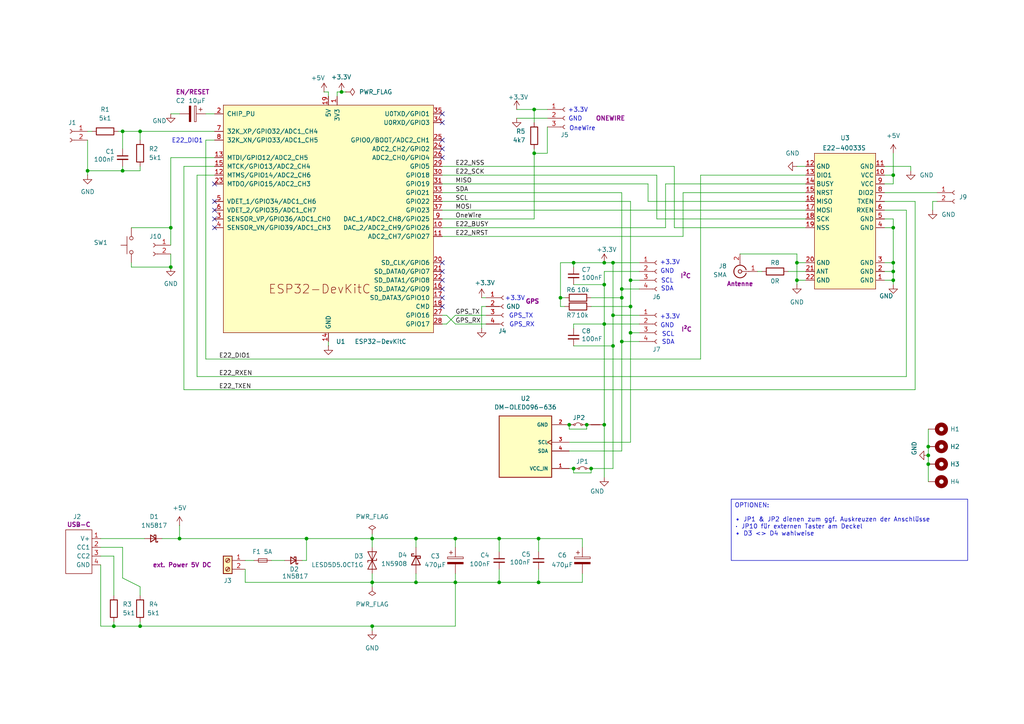
<source format=kicad_sch>
(kicad_sch (version 20231120) (generator "eeschema") (generator_version "8.0")
  (paper "A4")
  (title_block (title "ESP32 - E22 Board") (date "2024-10-20") (rev "V2.1.1") (company "DK9BT / OE3WAS"))
  (lib_symbols
    (symbol "Connector:Conn_01x02_Socket" (pin_names (offset 1.016) hide)
      (property "Reference" "J" (at 0 2.54 0))
      (property "Value" "Conn_01x02_Socket" (at 0 -5.08 0))
      (symbol "Conn_01x02_Socket_1_1"
        (pin passive line (at -5.08 0 0) (length 3.81) (name "Pin_1") (number "1"))
        (pin passive line (at -5.08 -2.54 0) (length 3.81) (name "Pin_2") (number "2"))
      )
    )
    (symbol "Connector:Conn_01x03_Socket" (pin_names (offset 1.016) hide)
      (property "Reference" "J" (at 0 5.08 0))
      (property "Value" "Conn_01x03_Socket" (at 0 -5.08 0))
      (symbol "Conn_01x03_Socket_1_1"
        (pin passive line (at -5.08 2.54 0) (length 3.81) (name "Pin_1") (number "1"))
        (pin passive line (at -5.08 0 0) (length 3.81) (name "Pin_2") (number "2"))
        (pin passive line (at -5.08 -2.54 0) (length 3.81) (name "Pin_3") (number "3"))
      )
    )
    (symbol "Connector:Conn_01x04_Socket" (pin_names (offset 1.016) hide)
      (property "Reference" "J" (at 0 5.08 0))
      (property "Value" "Conn_01x04_Socket" (at 0 -7.62 0))
      (symbol "Conn_01x04_Socket_1_1"
        (pin passive line (at -5.08 2.54 0) (length 3.81) (name "Pin_1") (number "1"))
        (pin passive line (at -5.08 0 0) (length 3.81) (name "Pin_2") (number "2"))
        (pin passive line (at -5.08 -2.54 0) (length 3.81) (name "Pin_3") (number "3"))
        (pin passive line (at -5.08 -5.08 0) (length 3.81) (name "Pin_4") (number "4"))
      )
    )
    (symbol "Connector:Conn_Coaxial" (pin_names (offset 1.016) hide)
      (property "Reference" "J" (at 0.254 3.048 0))
      (property "Value" "Conn_Coaxial" (at 2.921 0 90))
      (symbol "Conn_Coaxial_1_1"
        (pin passive line (at -5.08 0 0) (length 2.54) (name "In") (number "1"))
        (pin passive line (at 0 -5.08 90) (length 2.54) (name "Ext") (number "2"))
      )
    )
    (symbol "Connector:Screw_Terminal_01x02" (pin_names (offset 1.016) hide)
      (property "Reference" "J" (at 0 2.54 0))
      (property "Value" "Screw_Terminal_01x02" (at 0 -5.08 0))
      (symbol "Screw_Terminal_01x02_1_1"
        (pin passive line (at -5.08 0 0) (length 3.81) (name "Pin_1") (number "1"))
        (pin passive line (at -5.08 -2.54 0) (length 3.81) (name "Pin_2") (number "2"))
      )
    )
    (symbol "DM-OLED096-636:DM-OLED096-636" (pin_names (offset 1.016))
      (property "Reference" "U" (at -7.62 10.922 0))
      (property "Value" "DM-OLED096-636" (at -7.62 -10.16 0))
      (symbol "DM-OLED096-636_0_0"
        (pin input clock (at 12.7 2.54 180) (length 5.08) (name "SCL") (number "3"))
        (pin bidirectional line (at 12.7 0 180) (length 5.08) (name "SDA") (number "4"))
      )
      (symbol "DM-OLED096-636_1_0"
        (pin input line (at 12.7 -5.08 180) (length 5.08) (name "VCC_IN") (number "1"))
        (pin input line (at 12.7 7.62 180) (length 5.08) (name "GND") (number "2"))
      )
    )
    (symbol "Device:C_Polarized" (pin_numbers hide) (pin_names (offset 0.254))
      (property "Reference" "C" (at 0.635 2.54 0))
      (property "Value" "C_Polarized" (at 0.635 -2.54 0))
      (symbol "C_Polarized_1_1"
        (pin passive line (at 0 3.81 270) (length 2.794) (name "~") (number "1"))
        (pin passive line (at 0 -3.81 90) (length 2.794) (name "~") (number "2"))
      )
    )
    (symbol "Device:C_Small" (pin_numbers hide) (pin_names (offset 0.254) hide)
      (property "Reference" "C" (at 0.254 1.778 0))
      (property "Value" "C_Small" (at 0.254 -2.032 0))
      (symbol "C_Small_1_1"
        (pin passive line (at 0 2.54 270) (length 2.032) (name "~") (number "1"))
        (pin passive line (at 0 -2.54 90) (length 2.032) (name "~") (number "2"))
      )
    )
    (symbol "Device:D_Schottky_Small" (pin_numbers hide) (pin_names (offset 0.254) hide)
      (property "Reference" "D" (at -1.27 2.032 0))
      (property "Value" "D_Schottky_Small" (at -7.112 -2.032 0))
      (symbol "D_Schottky_Small_1_1"
        (pin passive line (at -2.54 0 0) (length 1.778) (name "K") (number "1"))
        (pin passive line (at 2.54 0 180) (length 1.778) (name "A") (number "2"))
      )
    )
    (symbol "Device:Fuse_Small" (pin_numbers hide) (pin_names (offset 0.254) hide)
      (property "Reference" "F" (at 0 -1.524 0))
      (property "Value" "Fuse_Small" (at 0 1.524 0))
      (symbol "Fuse_Small_1_1"
        (pin passive line (at -2.54 0 0) (length 1.27) (name "~") (number "1"))
        (pin passive line (at 2.54 0 180) (length 1.27) (name "~") (number "2"))
      )
    )
    (symbol "Device:R" (pin_numbers hide) (pin_names (offset 0))
      (property "Reference" "R" (at 2.032 0 90))
      (property "Value" "R" (at 0 0 90))
      (symbol "R_1_1"
        (pin passive line (at 0 3.81 270) (length 1.27) (name "~") (number "1"))
        (pin passive line (at 0 -3.81 90) (length 1.27) (name "~") (number "2"))
      )
    )
    (symbol "Diode:1N5820" (pin_numbers hide) (pin_names (offset 1.016) hide)
      (property "Reference" "D" (at 0 2.54 0))
      (property "Value" "1N5820" (at 0 -2.54 0))
      (symbol "1N5820_1_1"
        (pin passive line (at -3.81 0 0) (length 2.54) (name "K") (number "1"))
        (pin passive line (at 3.81 0 180) (length 2.54) (name "A") (number "2"))
      )
    )
    (symbol "Diode:SD05_SOD323" (pin_numbers hide) (pin_names (offset 1.016) hide)
      (property "Reference" "D" (at 0 2.54 0))
      (property "Value" "SD05_SOD323" (at 0 -2.54 0))
      (symbol "SD05_SOD323_1_1"
        (pin passive line (at -3.81 0 0) (length 2.54) (name "A1") (number "1"))
        (pin passive line (at 3.81 0 180) (length 2.54) (name "A2") (number "2"))
      )
    )
    (symbol "E22:E22_400M33S"
      (property "Value" "~" (at 0 0 0))
      (property "Footprint" "footprints_local:E22-400M33S" (at 8.89 1.905 0))
      (symbol "E22_400M33S_1_1"
        (pin power_in line (at 20.32 -36.83 180) (length 2.54) (name "GND") (number "1"))
        (pin power_in line (at 20.32 -6.35 180) (length 2.54) (name "VCC") (number "10"))
        (pin power_in line (at 20.32 -3.81 180) (length 2.54) (name "GND") (number "11"))
        (pin power_in line (at -2.54 -3.81 0) (length 2.54) (name "GND") (number "12"))
        (pin bidirectional line (at -2.54 -6.35 0) (length 2.54) (name "DIO1") (number "13"))
        (pin output line (at -2.54 -8.89 0) (length 2.54) (name "BUSY") (number "14"))
        (pin input line (at -2.54 -11.43 0) (length 2.54) (name "NRST") (number "15"))
        (pin output line (at -2.54 -13.97 0) (length 2.54) (name "MISO") (number "16"))
        (pin input line (at -2.54 -16.51 0) (length 2.54) (name "MOSI") (number "17"))
        (pin input line (at -2.54 -19.05 0) (length 2.54) (name "SCK") (number "18"))
        (pin input line (at -2.54 -21.59 0) (length 2.54) (name "NSS") (number "19"))
        (pin power_in line (at 20.32 -34.29 180) (length 2.54) (name "GND") (number "2"))
        (pin power_in line (at -2.54 -31.75 0) (length 2.54) (name "GND") (number "20"))
        (pin bidirectional line (at -2.54 -34.29 0) (length 2.54) (name "ANT") (number "21"))
        (pin power_in line (at -2.54 -36.83 0) (length 2.54) (name "GND") (number "22"))
        (pin power_in line (at 20.32 -31.75 180) (length 2.54) (name "GND") (number "3"))
        (pin power_in line (at 20.32 -21.59 180) (length 2.54) (name "GND") (number "4"))
        (pin power_in line (at 20.32 -19.05 180) (length 2.54) (name "GND") (number "5"))
        (pin input line (at 20.32 -16.51 180) (length 2.54) (name "RXEN") (number "6"))
        (pin input line (at 20.32 -13.97 180) (length 2.54) (name "TXEN") (number "7"))
        (pin bidirectional line (at 20.32 -11.43 180) (length 2.54) (name "DIO2") (number "8"))
        (pin power_in line (at 20.32 -8.89 180) (length 2.54) (name "VCC") (number "9"))
      )
    )
    (symbol "ESP32:ESP32-DevKitC" (pin_names (offset 1.016))
      (property "Reference" "U" (at -30.48 38.1 0))
      (property "Value" "ESP32-DevKitC" (at -30.48 35.56 0))
      (symbol "ESP32-DevKitC_0_0"
        (text "ESP32-DevKitC" (at -2.54 -20.32 0) (effects (font (size 2.54 2.54))))
        (pin power_in line (at 0 -35.56 90) (length 2.54) (name "GND") (number "14"))
        (pin power_in line (at 0 35.56 270) (length 2.54) (name "5V") (number "19"))
      )
      (symbol "ESP32-DevKitC_1_1"
        (pin power_in line (at 2.54 35.56 270) (length 2.54) (name "3V3") (number "1"))
        (pin bidirectional line (at 33.02 -2.54 180) (length 2.54) (name "DAC_2/ADC2_CH9/GPIO26") (number "10"))
        (pin bidirectional line (at 33.02 -5.08 180) (length 2.54) (name "ADC2_CH7/GPIO27") (number "11"))
        (pin bidirectional line (at -33.02 12.7 0) (length 2.54) (name "MTMS/GPIO14/ADC2_CH6") (number "12"))
        (pin bidirectional line (at -33.02 17.78 0) (length 2.54) (name "MTDI/GPIO12/ADC2_CH5") (number "13"))
        (pin bidirectional line (at -33.02 15.24 0) (length 2.54) (name "MTCK/GPIO13/ADC2_CH4") (number "15"))
        (pin bidirectional line (at 33.02 -20.32 180) (length 2.54) (name "SD_DATA2/GPIO9") (number "16"))
        (pin bidirectional line (at 33.02 -22.86 180) (length 2.54) (name "SD_DATA3/GPIO10") (number "17"))
        (pin bidirectional line (at 33.02 -25.4 180) (length 2.54) (name "CMD") (number "18"))
        (pin input line (at -33.02 30.48 0) (length 2.54) (name "CHIP_PU") (number "2"))
        (pin bidirectional line (at 33.02 -12.7 180) (length 2.54) (name "SD_CLK/GPIO6") (number "20"))
        (pin bidirectional line (at 33.02 -15.24 180) (length 2.54) (name "SD_DATA0/GPIO7") (number "21"))
        (pin bidirectional line (at 33.02 -17.78 180) (length 2.54) (name "SD_DATA1/GPIO8") (number "22"))
        (pin bidirectional line (at -33.02 10.16 0) (length 2.54) (name "MTDO/GPIO15/ADC2_CH3") (number "23"))
        (pin bidirectional line (at 33.02 20.32 180) (length 2.54) (name "ADC2_CH2/GPIO2") (number "24"))
        (pin bidirectional line (at 33.02 22.86 180) (length 2.54) (name "GPIO0/BOOT/ADC2_CH1") (number "25"))
        (pin bidirectional line (at 33.02 17.78 180) (length 2.54) (name "ADC2_CH0/GPIO4") (number "26"))
        (pin bidirectional line (at 33.02 -27.94 180) (length 2.54) (name "GPIO16") (number "27"))
        (pin bidirectional line (at 33.02 -30.48 180) (length 2.54) (name "GPIO17") (number "28"))
        (pin bidirectional line (at 33.02 15.24 180) (length 2.54) (name "GPIO5") (number "29"))
        (pin input line (at -33.02 0 0) (length 2.54) (name "SENSOR_VP/GPIO36/ADC1_CH0") (number "3"))
        (pin bidirectional line (at 33.02 12.7 180) (length 2.54) (name "GPIO18") (number "30"))
        (pin bidirectional line (at 33.02 10.16 180) (length 2.54) (name "GPIO19") (number "31"))
        (pin passive line (at 0 -35.56 90) (length 2.54) hide (name "GND") (number "32"))
        (pin bidirectional line (at 33.02 7.62 180) (length 2.54) (name "GPIO21") (number "33"))
        (pin bidirectional line (at 33.02 27.94 180) (length 2.54) (name "U0RXD/GPIO3") (number "34"))
        (pin bidirectional line (at 33.02 30.48 180) (length 2.54) (name "U0TXD/GPIO1") (number "35"))
        (pin bidirectional line (at 33.02 5.08 180) (length 2.54) (name "GPIO22") (number "36"))
        (pin bidirectional line (at 33.02 2.54 180) (length 2.54) (name "GPIO23") (number "37"))
        (pin passive line (at 0 -35.56 90) (length 2.54) hide (name "GND") (number "38"))
        (pin input line (at -33.02 -2.54 0) (length 2.54) (name "SENSOR_VN/GPIO39/ADC1_CH3") (number "4"))
        (pin input line (at -33.02 5.08 0) (length 2.54) (name "VDET_1/GPIO34/ADC1_CH6") (number "5"))
        (pin input line (at -33.02 2.54 0) (length 2.54) (name "VDET_2/GPIO35/ADC1_CH7") (number "6"))
        (pin bidirectional line (at -33.02 25.4 0) (length 2.54) (name "32K_XP/GPIO32/ADC1_CH4") (number "7"))
        (pin bidirectional line (at -33.02 22.86 0) (length 2.54) (name "32K_XN/GPIO33/ADC1_CH5") (number "8"))
        (pin bidirectional line (at 33.02 0 180) (length 2.54) (name "DAC_1/ADC2_CH8/GPIO25") (number "9"))
      )
    )
    (symbol "Jumper:Jumper_2_Small_Bridged" (pin_numbers hide) (pin_names (offset 0) hide) (exclude_from_sim yes)
      (property "Reference" "JP" (at 0 2.032 0))
      (property "Value" "Jumper_2_Small_Bridged" (at 0 -2.286 0))
      (symbol "Jumper_2_Small_Bridged_1_1"
        (pin passive line (at -2.54 0 0) (length 1.27) (name "A") (number "1"))
        (pin passive line (at 2.54 0 180) (length 1.27) (name "B") (number "2"))
      )
    )
    (symbol "Mechanical:MountingHole_Pad" (pin_numbers hide) (pin_names (offset 1.016) hide) (exclude_from_sim yes) (in_bom no)
      (property "Reference" "H" (at 0 6.35 0))
      (property "Value" "MountingHole_Pad" (at 0 4.445 0))
      (symbol "MountingHole_Pad_1_1"
        (pin input line (at 0 -2.54 90) (length 2.54) (name "1") (number "1"))
      )
    )
    (symbol "NetTie:NetTie_2" (pin_numbers hide) (pin_names (offset 0) hide) (in_bom no)
      (property "Reference" "NT" (at 0 1.27 0))
      (property "Value" "NetTie_2" (at 0 -1.27 0))
      (symbol "NetTie_2_1_1"
        (pin passive line (at -2.54 0 0) (length 2.54) (name "1") (number "1"))
        (pin passive line (at 2.54 0 180) (length 2.54) (name "2") (number "2"))
      )
    )
    (symbol "Switch:SW_Push" (pin_numbers hide) (pin_names (offset 1.016) hide)
      (property "Reference" "SW" (at 1.27 2.54 0))
      (property "Value" "SW_Push" (at 0 -1.524 0))
      (symbol "SW_Push_0_1"
        (pin passive line (at -5.08 0 0) (length 2.54) (name "1") (number "1"))
        (pin passive line (at 5.08 0 180) (length 2.54) (name "2") (number "2"))
      )
    )
    (symbol "USB-C:USB-C_vert"
      (property "Reference" "J" (at 1.016 -1.27 0))
      (symbol "USB-C_vert_1_1"
        (pin output line (at 10.16 10.16 180) (length 2.54) (name "V+") (number "1"))
        (pin passive line (at 10.16 7.62 180) (length 2.54) (name "CC1") (number "2"))
        (pin passive line (at 10.16 5.08 180) (length 2.54) (name "CC2") (number "3"))
        (pin power_in line (at 10.16 2.54 180) (length 2.54) (name "GND") (number "4"))
      )
    )
    (symbol "power:+3.3V" (power) (pin_numbers hide) (pin_names (offset 0) hide)
      (property "Value" "+3.3V" (at 0 3.556 0))
      (symbol "+3.3V_1_1"
        (pin power_in line (at 0 0 90) (length 0) (name "~") (number "1"))
      )
    )
    (symbol "power:+5V" (power) (pin_numbers hide) (pin_names (offset 0) hide)
      (property "Value" "+5V" (at 0 3.556 0))
      (symbol "+5V_1_1"
        (pin power_in line (at 0 0 90) (length 0) (name "~") (number "1"))
      )
    )
    (symbol "power:GND" (power) (pin_numbers hide) (pin_names (offset 0) hide)
      (property "Value" "GND" (at 0 -3.81 0))
      (symbol "GND_1_1"
        (pin power_in line (at 0 0 270) (length 0) (name "~") (number "1"))
      )
    )
    (symbol "power:PWR_FLAG" (power) (pin_numbers hide) (pin_names (offset 0) hide)
      (property "Value" "PWR_FLAG" (at 0 3.81 0))
      (symbol "PWR_FLAG_0_0"
        (pin power_out line (at 0 0 90) (length 0) (name "~") (number "1"))
      )
    )
  )
  (junction (at 88.9 156.21))
  (junction (at 166.37 76.2))
  (junction (at 171.45 135.89))
  (junction (at 182.88 96.52))
  (junction (at 269.24 129.54))
  (junction (at 175.26 123.19))
  (junction (at 165.1 123.19))
  (junction (at 180.34 99.06))
  (junction (at 35.56 49.53))
  (junction (at 180.34 83.82))
  (junction (at 182.88 81.28))
  (junction (at 259.08 50.8))
  (junction (at 154.94 44.45))
  (junction (at 177.8 91.44))
  (junction (at 144.78 156.21))
  (junction (at 120.65 168.91))
  (junction (at 259.08 76.2))
  (junction (at 231.14 81.28))
  (junction (at 132.08 156.21))
  (junction (at 175.26 76.2))
  (junction (at 132.08 168.91))
  (junction (at 107.95 156.21))
  (junction (at 177.8 76.2))
  (junction (at 52.07 156.21))
  (junction (at 177.8 100.33))
  (junction (at 49.53 77.47))
  (junction (at 40.64 181.61))
  (junction (at 162.56 86.36))
  (junction (at 33.02 181.61))
  (junction (at 156.21 168.91))
  (junction (at 170.18 123.19))
  (junction (at 35.56 38.1))
  (junction (at 259.08 78.74))
  (junction (at 182.88 88.9))
  (junction (at 259.08 81.28))
  (junction (at 156.21 156.21))
  (junction (at 25.4 49.53))
  (junction (at 144.78 168.91))
  (junction (at 175.26 93.98))
  (junction (at 120.65 156.21))
  (junction (at 99.06 26.67))
  (junction (at 166.37 135.89))
  (junction (at 259.08 66.04))
  (junction (at 231.14 76.2))
  (junction (at 154.94 31.75))
  (junction (at 175.26 82.55))
  (junction (at 269.24 134.62))
  (junction (at 49.53 66.04))
  (junction (at 107.95 181.61))
  (junction (at 107.95 168.91))
  (junction (at 40.64 38.1))
  (junction (at 180.34 86.36))
  (junction (at 269.24 132.08))
  (no_connect (at 128.27 83.82))
  (no_connect (at 128.27 33.02))
  (no_connect (at 62.23 53.34))
  (no_connect (at 128.27 78.74))
  (no_connect (at 128.27 81.28))
  (no_connect (at 62.23 63.5))
  (no_connect (at 62.23 66.04))
  (no_connect (at 128.27 43.18))
  (no_connect (at 62.23 58.42))
  (no_connect (at 128.27 35.56))
  (no_connect (at 128.27 45.72))
  (no_connect (at 128.27 88.9))
  (no_connect (at 128.27 40.64))
  (no_connect (at 128.27 76.2))
  (no_connect (at 128.27 86.36))
  (no_connect (at 62.23 60.96))
  (wire (pts (xy 40.64 38.1) (xy 62.23 38.1)))
  (wire (pts (xy 170.18 123.19) (xy 170.18 124.46)))
  (wire (pts (xy 166.37 93.98) (xy 175.26 93.98)))
  (wire (pts (xy 166.37 76.2) (xy 166.37 77.47)))
  (wire (pts (xy 171.45 88.9) (xy 182.88 88.9)))
  (wire (pts (xy 35.56 49.53) (xy 40.64 49.53)))
  (wire (pts (xy 33.02 181.61) (xy 40.64 181.61)))
  (wire (pts (xy 156.21 165.1) (xy 156.21 168.91)))
  (wire (pts (xy 175.26 82.55) (xy 175.26 93.98)))
  (wire (pts (xy 49.53 45.72) (xy 62.23 45.72)))
  (wire (pts (xy 233.68 81.28) (xy 231.14 81.28)))
  (wire (pts (xy 144.78 165.1) (xy 144.78 168.91)))
  (wire (pts (xy 59.69 33.02) (xy 62.23 33.02)))
  (wire (pts (xy 40.64 181.61) (xy 107.95 181.61)))
  (wire (pts (xy 259.08 53.34) (xy 259.08 50.8)))
  (wire (pts (xy 128.27 55.88) (xy 180.34 55.88)))
  (wire (pts (xy 259.08 50.8) (xy 259.08 44.45)))
  (wire (pts (xy 53.34 113.03) (xy 265.43 113.03)))
  (wire (pts (xy 46.99 156.21) (xy 52.07 156.21)))
  (wire (pts (xy 107.95 156.21) (xy 107.95 158.75)))
  (wire (pts (xy 156.21 168.91) (xy 168.91 168.91)))
  (wire (pts (xy 162.56 88.9) (xy 163.83 88.9)))
  (wire (pts (xy 177.8 91.44) (xy 177.8 100.33)))
  (wire (pts (xy 49.53 66.04) (xy 38.1 66.04)))
  (wire (pts (xy 198.12 55.88) (xy 198.12 68.58)))
  (wire (pts (xy 259.08 82.55) (xy 259.08 81.28)))
  (wire (pts (xy 180.34 99.06) (xy 180.34 130.81)))
  (wire (pts (xy 166.37 76.2) (xy 175.26 76.2)))
  (wire (pts (xy 59.69 104.14) (xy 203.2 104.14)))
  (wire (pts (xy 158.75 36.83) (xy 158.75 44.45)))
  (wire (pts (xy 129.54 93.98) (xy 132.08 91.44)))
  (wire (pts (xy 269.24 134.62) (xy 269.24 139.7)))
  (wire (pts (xy 180.34 55.88) (xy 180.34 83.82)))
  (wire (pts (xy 57.15 50.8) (xy 57.15 109.22)))
  (wire (pts (xy 139.7 88.9) (xy 139.7 95.25)))
  (wire (pts (xy 33.02 161.29) (xy 33.02 172.72)))
  (wire (pts (xy 171.45 137.16) (xy 171.45 135.89)))
  (wire (pts (xy 49.53 33.02) (xy 52.07 33.02)))
  (wire (pts (xy 25.4 49.53) (xy 35.56 49.53)))
  (wire (pts (xy 198.12 55.88) (xy 233.68 55.88)))
  (wire (pts (xy 256.54 48.26) (xy 264.16 48.26)))
  (wire (pts (xy 132.08 156.21) (xy 144.78 156.21)))
  (wire (pts (xy 154.94 44.45) (xy 154.94 43.18)))
  (wire (pts (xy 128.27 50.8) (xy 190.5 50.8)))
  (wire (pts (xy 144.78 168.91) (xy 156.21 168.91)))
  (wire (pts (xy 29.21 161.29) (xy 33.02 161.29)))
  (wire (pts (xy 120.65 166.37) (xy 120.65 168.91)))
  (wire (pts (xy 162.56 86.36) (xy 163.83 86.36)))
  (wire (pts (xy 259.08 81.28) (xy 259.08 78.74)))
  (wire (pts (xy 128.27 63.5) (xy 154.94 63.5)))
  (wire (pts (xy 256.54 53.34) (xy 259.08 53.34)))
  (wire (pts (xy 129.54 91.44) (xy 132.08 93.98)))
  (wire (pts (xy 132.08 166.37) (xy 132.08 168.91)))
  (wire (pts (xy 180.34 99.06) (xy 185.42 99.06)))
  (wire (pts (xy 180.34 86.36) (xy 180.34 99.06)))
  (wire (pts (xy 38.1 76.2) (xy 38.1 77.47)))
  (wire (pts (xy 97.79 26.67) (xy 97.79 27.94)))
  (wire (pts (xy 107.95 154.94) (xy 107.95 156.21)))
  (wire (pts (xy 99.06 26.67) (xy 100.33 26.67)))
  (wire (pts (xy 29.21 181.61) (xy 33.02 181.61)))
  (wire (pts (xy 259.08 66.04) (xy 259.08 76.2)))
  (wire (pts (xy 107.95 181.61) (xy 107.95 182.88)))
  (wire (pts (xy 165.1 124.46) (xy 170.18 124.46)))
  (wire (pts (xy 49.53 66.04) (xy 49.53 71.12)))
  (wire (pts (xy 107.95 166.37) (xy 107.95 168.91)))
  (wire (pts (xy 62.23 40.64) (xy 59.69 40.64)))
  (wire (pts (xy 162.56 76.2) (xy 166.37 76.2)))
  (wire (pts (xy 62.23 50.8) (xy 57.15 50.8)))
  (wire (pts (xy 270.51 58.42) (xy 270.51 60.96)))
  (wire (pts (xy 71.12 162.56) (xy 73.66 162.56)))
  (wire (pts (xy 256.54 55.88) (xy 271.78 55.88)))
  (wire (pts (xy 175.26 93.98) (xy 185.42 93.98)))
  (wire (pts (xy 177.8 91.44) (xy 177.8 76.2)))
  (wire (pts (xy 177.8 76.2) (xy 185.42 76.2)))
  (wire (pts (xy 180.34 83.82) (xy 180.34 86.36)))
  (wire (pts (xy 128.27 60.96) (xy 233.68 60.96)))
  (wire (pts (xy 233.68 48.26) (xy 231.14 48.26)))
  (wire (pts (xy 132.08 91.44) (xy 140.97 91.44)))
  (wire (pts (xy 165.1 130.81) (xy 180.34 130.81)))
  (wire (pts (xy 128.27 53.34) (xy 187.96 53.34)))
  (wire (pts (xy 259.08 63.5) (xy 259.08 66.04)))
  (wire (pts (xy 162.56 86.36) (xy 162.56 88.9)))
  (wire (pts (xy 95.25 99.06) (xy 95.25 100.33)))
  (wire (pts (xy 269.24 132.08) (xy 269.24 134.62)))
  (wire (pts (xy 107.95 181.61) (xy 132.08 181.61)))
  (wire (pts (xy 269.24 129.54) (xy 269.24 132.08)))
  (wire (pts (xy 175.26 78.74) (xy 175.26 82.55)))
  (wire (pts (xy 203.2 50.8) (xy 233.68 50.8)))
  (wire (pts (xy 95.25 26.67) (xy 95.25 27.94)))
  (wire (pts (xy 33.02 180.34) (xy 33.02 181.61)))
  (wire (pts (xy 52.07 152.4) (xy 52.07 156.21)))
  (wire (pts (xy 228.6 78.74) (xy 233.68 78.74)))
  (wire (pts (xy 190.5 50.8) (xy 190.5 63.5)))
  (wire (pts (xy 128.27 68.58) (xy 198.12 68.58)))
  (wire (pts (xy 120.65 168.91) (xy 132.08 168.91)))
  (wire (pts (xy 154.94 44.45) (xy 154.94 63.5)))
  (wire (pts (xy 256.54 81.28) (xy 259.08 81.28)))
  (wire (pts (xy 88.9 156.21) (xy 88.9 162.56)))
  (wire (pts (xy 156.21 156.21) (xy 156.21 160.02)))
  (wire (pts (xy 34.29 38.1) (xy 35.56 38.1)))
  (wire (pts (xy 262.89 60.96) (xy 262.89 109.22)))
  (wire (pts (xy 29.21 158.75) (xy 35.56 158.75)))
  (wire (pts (xy 128.27 48.26) (xy 195.58 48.26)))
  (wire (pts (xy 165.1 128.27) (xy 182.88 128.27)))
  (wire (pts (xy 129.54 93.98) (xy 128.27 93.98)))
  (wire (pts (xy 25.4 38.1) (xy 26.67 38.1)))
  (wire (pts (xy 149.86 31.75) (xy 154.94 31.75)))
  (wire (pts (xy 88.9 162.56) (xy 87.63 162.56)))
  (wire (pts (xy 57.15 109.22) (xy 262.89 109.22)))
  (wire (pts (xy 107.95 156.21) (xy 120.65 156.21)))
  (wire (pts (xy 182.88 96.52) (xy 185.42 96.52)))
  (wire (pts (xy 256.54 63.5) (xy 259.08 63.5)))
  (wire (pts (xy 99.06 26.67) (xy 97.79 26.67)))
  (wire (pts (xy 259.08 76.2) (xy 259.08 78.74)))
  (wire (pts (xy 40.64 38.1) (xy 40.64 40.64)))
  (wire (pts (xy 177.8 91.44) (xy 185.42 91.44)))
  (wire (pts (xy 182.88 58.42) (xy 182.88 81.28)))
  (wire (pts (xy 71.12 168.91) (xy 107.95 168.91)))
  (wire (pts (xy 214.63 73.66) (xy 231.14 73.66)))
  (wire (pts (xy 175.26 123.19) (xy 175.26 138.43)))
  (wire (pts (xy 168.91 166.37) (xy 168.91 168.91)))
  (wire (pts (xy 144.78 156.21) (xy 144.78 160.02)))
  (wire (pts (xy 177.8 76.2) (xy 175.26 76.2)))
  (wire (pts (xy 29.21 163.83) (xy 29.21 181.61)))
  (wire (pts (xy 132.08 168.91) (xy 144.78 168.91)))
  (wire (pts (xy 256.54 78.74) (xy 259.08 78.74)))
  (wire (pts (xy 177.8 135.89) (xy 171.45 135.89)))
  (wire (pts (xy 175.26 93.98) (xy 175.26 123.19)))
  (wire (pts (xy 156.21 156.21) (xy 168.91 156.21)))
  (wire (pts (xy 219.71 78.74) (xy 220.98 78.74)))
  (wire (pts (xy 256.54 60.96) (xy 262.89 60.96)))
  (wire (pts (xy 165.1 123.19) (xy 165.1 124.46)))
  (wire (pts (xy 29.21 156.21) (xy 41.91 156.21)))
  (wire (pts (xy 154.94 44.45) (xy 158.75 44.45)))
  (wire (pts (xy 128.27 58.42) (xy 182.88 58.42)))
  (wire (pts (xy 88.9 156.21) (xy 107.95 156.21)))
  (wire (pts (xy 35.56 158.75) (xy 35.56 167.64)))
  (wire (pts (xy 149.86 34.29) (xy 158.75 34.29)))
  (wire (pts (xy 107.95 168.91) (xy 120.65 168.91)))
  (wire (pts (xy 190.5 63.5) (xy 233.68 63.5)))
  (wire (pts (xy 25.4 49.53) (xy 25.4 50.8)))
  (wire (pts (xy 270.51 58.42) (xy 271.78 58.42)))
  (wire (pts (xy 144.78 156.21) (xy 156.21 156.21)))
  (wire (pts (xy 256.54 66.04) (xy 259.08 66.04)))
  (wire (pts (xy 132.08 168.91) (xy 132.08 181.61)))
  (wire (pts (xy 128.27 66.04) (xy 193.04 66.04)))
  (wire (pts (xy 120.65 156.21) (xy 132.08 156.21)))
  (wire (pts (xy 38.1 77.47) (xy 49.53 77.47)))
  (wire (pts (xy 132.08 156.21) (xy 132.08 158.75)))
  (wire (pts (xy 264.16 49.53) (xy 264.16 48.26)))
  (wire (pts (xy 256.54 76.2) (xy 259.08 76.2)))
  (wire (pts (xy 177.8 100.33) (xy 177.8 135.89)))
  (wire (pts (xy 187.96 53.34) (xy 187.96 58.42)))
  (wire (pts (xy 40.64 180.34) (xy 40.64 181.61)))
  (wire (pts (xy 166.37 82.55) (xy 175.26 82.55)))
  (wire (pts (xy 182.88 96.52) (xy 182.88 128.27)))
  (wire (pts (xy 93.98 26.67) (xy 95.25 26.67)))
  (wire (pts (xy 256.54 50.8) (xy 259.08 50.8)))
  (wire (pts (xy 120.65 156.21) (xy 120.65 158.75)))
  (wire (pts (xy 129.54 91.44) (xy 128.27 91.44)))
  (wire (pts (xy 35.56 38.1) (xy 40.64 38.1)))
  (wire (pts (xy 203.2 50.8) (xy 203.2 104.14)))
  (wire (pts (xy 193.04 53.34) (xy 193.04 66.04)))
  (wire (pts (xy 193.04 53.34) (xy 233.68 53.34)))
  (wire (pts (xy 265.43 113.03) (xy 265.43 58.42)))
  (wire (pts (xy 62.23 48.26) (xy 53.34 48.26)))
  (wire (pts (xy 231.14 76.2) (xy 231.14 81.28)))
  (wire (pts (xy 35.56 167.64) (xy 40.64 170.18)))
  (wire (pts (xy 231.14 81.28) (xy 231.14 82.55)))
  (wire (pts (xy 269.24 124.46) (xy 269.24 129.54)))
  (wire (pts (xy 166.37 93.98) (xy 166.37 95.25)))
  (wire (pts (xy 139.7 88.9) (xy 140.97 88.9)))
  (wire (pts (xy 59.69 40.64) (xy 59.69 104.14)))
  (wire (pts (xy 180.34 83.82) (xy 185.42 83.82)))
  (wire (pts (xy 35.56 38.1) (xy 35.56 43.18)))
  (wire (pts (xy 40.64 49.53) (xy 40.64 48.26)))
  (wire (pts (xy 182.88 81.28) (xy 185.42 81.28)))
  (wire (pts (xy 166.37 100.33) (xy 177.8 100.33)))
  (wire (pts (xy 233.68 76.2) (xy 231.14 76.2)))
  (wire (pts (xy 182.88 81.28) (xy 182.88 88.9)))
  (wire (pts (xy 71.12 165.1) (xy 71.12 168.91)))
  (wire (pts (xy 187.96 58.42) (xy 233.68 58.42)))
  (wire (pts (xy 171.45 86.36) (xy 180.34 86.36)))
  (wire (pts (xy 182.88 88.9) (xy 182.88 96.52)))
  (wire (pts (xy 53.34 48.26) (xy 53.34 113.03)))
  (wire (pts (xy 165.1 135.89) (xy 166.37 135.89)))
  (wire (pts (xy 139.7 86.36) (xy 140.97 86.36)))
  (wire (pts (xy 162.56 76.2) (xy 162.56 86.36)))
  (wire (pts (xy 35.56 49.53) (xy 35.56 48.26)))
  (wire (pts (xy 231.14 73.66) (xy 231.14 76.2)))
  (wire (pts (xy 52.07 156.21) (xy 88.9 156.21)))
  (wire (pts (xy 195.58 48.26) (xy 195.58 66.04)))
  (wire (pts (xy 166.37 135.89) (xy 166.37 137.16)))
  (wire (pts (xy 78.74 162.56) (xy 82.55 162.56)))
  (wire (pts (xy 195.58 66.04) (xy 233.68 66.04)))
  (wire (pts (xy 40.64 170.18) (xy 40.64 172.72)))
  (wire (pts (xy 25.4 40.64) (xy 25.4 49.53)))
  (wire (pts (xy 107.95 168.91) (xy 107.95 170.18)))
  (wire (pts (xy 256.54 58.42) (xy 265.43 58.42)))
  (wire (pts (xy 168.91 156.21) (xy 168.91 158.75)))
  (wire (pts (xy 49.53 66.04) (xy 49.53 45.72)))
  (wire (pts (xy 166.37 137.16) (xy 171.45 137.16)))
  (wire (pts (xy 154.94 35.56) (xy 154.94 31.75)))
  (wire (pts (xy 132.08 93.98) (xy 140.97 93.98)))
  (wire (pts (xy 154.94 31.75) (xy 158.75 31.75)))
  (wire (pts (xy 49.53 73.66) (xy 49.53 77.47)))
  (wire (pts (xy 175.26 78.74) (xy 185.42 78.74)))
  (text_box "OPTIONEN:\n\n• JP1 & JP2 dienen zum ggf. Auskreuzen der Anschlüsse\n· JP10 für externen Taster am Deckel\n• D3 <> D4 wahlweise\n\n" (exclude_from_sim yes) (at 212.09 144.78 0) (size 68.58 17.78) (effects (font (size 1.27 1.27)) (justify left top)))
  (text "GND" (at 193.548 94.488 0) (effects (font (size 1.27 1.27))))
  (text "SCL" (at 193.548 81.534 0) (effects (font (size 1.27 1.27))))
  (text "GND" (at 193.548 78.74 0) (effects (font (size 1.27 1.27))))
  (text "SCL" (at 193.802 97.028 0) (effects (font (size 1.27 1.27))))
  (text "+3.3V" (at 149.352 86.614 0) (effects (font (size 1.27 1.27))))
  (text "GND" (at 166.878 34.544 0) (effects (font (size 1.27 1.27))))
  (text "GPS_TX" (at 151.13 91.694 0) (effects (font (size 1.27 1.27))))
  (text "OneWire" (at 168.91 37.338 0) (effects (font (size 1.27 1.27))))
  (text "SDA" (at 193.802 99.314 0) (effects (font (size 1.27 1.27))))
  (text "SDA" (at 193.548 83.82 0) (effects (font (size 1.27 1.27))))
  (text "+3.3V" (at 194.31 76.2 0) (effects (font (size 1.27 1.27))))
  (text "GPS_RX" (at 151.384 94.234 0) (effects (font (size 1.27 1.27))))
  (text "+3.3V" (at 194.31 91.948 0) (effects (font (size 1.27 1.27))))
  (text "E22_DIO1" (at 54.356 40.894 0) (effects (font (size 1.27 1.27))))
  (text "+3.3V" (at 167.64 32.004 0) (effects (font (size 1.27 1.27))))
  (label "E22_NRST" (at 132.08 68.58 0))
  (label "SCL" (at 132.08 58.42 0))
  (label "E22_BUSY" (at 132.08 66.04 0))
  (label "GPS_TX" (at 132.08 91.44 0))
  (label "E22_SCK" (at 132.08 50.8 0))
  (label "E22_RXEN" (at 63.5 109.22 0))
  (label "E22_DIO1" (at 63.5 104.14 0))
  (label "E22_TXEN" (at 63.5 113.03 0))
  (label "GPS_RX" (at 132.08 93.98 0))
  (label "MISO" (at 132.08 53.34 0))
  (label "SDA" (at 132.08 55.88 0))
  (label "MOSI" (at 132.08 60.96 0))
  (label "E22_NSS" (at 132.08 48.26 0))
  (label "OneWire" (at 132.08 63.5 0))
  (symbol (lib_id "Device:R") (at 30.48 38.1 90) (unit 1)
    (property "Reference" "R1" (at 30.48 31.75 90))
    (property "Value" "5k1" (at 30.48 34.29 90))
    (property "Footprint" "Resistor_THT:R_Axial_DIN0207_L6.3mm_D2.5mm_P7.62mm_Horizontal" (effects (hide yes)))
    (property "Description" "Resistor" (effects (hide yes)))
  )
  (symbol (lib_id "Device:D_Schottky_Small") (at 85.09 162.56 180) (unit 1)
    (property "Reference" "D2" (at 85.344 165.1 0))
    (property "Value" "1N5817" (at 85.598 167.132 0))
    (property "Footprint" "Diode_THT:D_DO-41_SOD81_P7.62mm_Horizontal" (effects (hide yes)))
    (property "Description" "Schottky diode, small symbol" (effects (hide yes)))
  )
  (symbol (lib_id "Connector:Conn_01x04_Socket") (at 190.5 93.98 0) (unit 1)
    (property "Reference" "J7" (at 189.23 101.346 0) (effects (justify left)))
    (property "Value" "Conn_01x04_Socket" (effects (hide yes)))
    (property "Footprint" "Connector_PinSocket_2.54mm:PinSocket_1x04_P2.54mm_Vertical" (effects (hide yes)))
    (property "Description" "Generic connector, single row, 01x04, script generated" (effects (hide yes)))
    (property "Funktion" "I²C" (at 199.136 95.504 0) (effects (font (thickness 0.254) (bold yes))))
  )
  (symbol (lib_id "Diode:1N5820") (at 120.65 162.56 90) (mirror x) (unit 1)
    (property "Reference" "D4" (at 118.11 160.9724 90) (effects (justify left)))
    (property "Value" "1N5908" (at 118.11 163.5124 90) (effects (justify left)))
    (property "Footprint" "Diode_THT:D_DO-201_P12.70mm_Horizontal" (effects (hide yes)))
  )
  (symbol (lib_id "power:GND") (at 270.51 60.96 0) (unit 1)
    (property "Reference" "#PWR020" (effects (hide yes)))
    (property "Value" "GND" (at 273.05 62.2299 0) (effects (justify left)))
    (property "Description" "Power symbol creates a global label with name \"GND\" , ground" (effects (hide yes)))
  )
  (symbol (lib_id "Mechanical:MountingHole_Pad") (at 271.78 134.62 270) (unit 1) (exclude_from_sim yes) (in_bom no)
    (property "Reference" "H3" (at 275.59 134.62 90) (effects (justify left)))
    (property "Value" "MountingHole_Pad" (effects (hide yes)))
    (property "Footprint" "MountingHole:MountingHole_2.2mm_M2_Pad_TopBottom" (effects (hide yes)))
    (property "Description" "Mounting Hole with connection" (effects (hide yes)))
  )
  (symbol (lib_id "Device:C_Small") (at 166.37 97.79 0) (unit 1)
    (property "Reference" "C8" (at 168.656 96.012 0) (effects (justify left)))
    (property "Value" "100nF" (at 168.656 98.298 0) (effects (justify left)))
    (property "Footprint" "Capacitor_THT:C_Disc_D4.7mm_W2.5mm_P5.00mm" (effects (hide yes)))
    (property "Description" "Unpolarized capacitor, small symbol" (effects (hide yes)))
  )
  (symbol (lib_id "power:+3.3V") (at 139.7 86.36 0) (unit 1)
    (property "Reference" "#PWR09" (effects (hide yes)))
    (property "Value" "+3.3V" (at 137.668 82.042 0) (effects (justify left)))
    (property "Description" "Power symbol creates a global label with name \"+3.3V\"" (effects (hide yes)))
  )
  (symbol (lib_id "power:GND") (at 49.53 33.02 0) (unit 1)
    (property "Reference" "#PWR02" (effects (hide yes)))
    (property "Value" "GND" (at 44.196 35.052 0) (effects (justify left)))
    (property "Description" "Power symbol creates a global label with name \"GND\" , ground" (effects (hide yes)))
  )
  (symbol (lib_id "power:PWR_FLAG") (at 100.33 26.67 270) (unit 1)
    (property "Reference" "#FLG03" (effects (hide yes)))
    (property "Value" "PWR_FLAG" (at 104.14 26.6699 90) (effects (justify left)))
    (property "Description" "Special symbol for telling ERC where power comes from" (effects (hide yes)))
  )
  (symbol (lib_id "Device:R") (at 167.64 86.36 90) (mirror x) (unit 1)
    (property "Reference" "R6" (at 165.608 84.074 90))
    (property "Value" "10k" (at 169.164 84.074 90))
    (property "Footprint" "Resistor_THT:R_Axial_DIN0207_L6.3mm_D2.5mm_P7.62mm_Horizontal" (effects (hide yes)))
    (property "Description" "Resistor" (effects (hide yes)))
  )
  (symbol (lib_id "Device:R") (at 224.79 78.74 90) (unit 1)
    (property "Reference" "R8" (at 224.79 76.2 90))
    (property "Value" "0R" (at 224.79 81.534 90))
    (property "Footprint" "Resistor_SMD:R_0805_2012Metric" (effects (hide yes)))
    (property "Description" "Resistor" (effects (hide yes)))
  )
  (symbol (lib_id "ESP32:ESP32-DevKitC") (at 95.25 63.5 0) (unit 1)
    (property "Reference" "U1" (at 97.4441 99.06 0) (effects (justify left)))
    (property "Value" "ESP32-DevKitC" (at 102.87 99.06 0) (effects (justify left)))
    (property "Footprint" "footprints_local:ESP32-DevKitC" (effects (hide yes)))
    (property "Datasheet" "https://docs.espressif.com/projects/esp-idf/zh_CN/latest/esp32/hw-reference/esp32/get-started-devkitc.html" (effects (hide yes)))
    (property "Description" "Development Kit" (effects (hide yes)))
  )
  (symbol (lib_id "Device:R") (at 33.02 176.53 0) (unit 1)
    (property "Reference" "R3" (at 35.56 175.2599 0) (effects (justify left)))
    (property "Value" "5k1" (at 35.56 177.7999 0) (effects (justify left)))
    (property "Footprint" "Resistor_THT:R_Axial_DIN0207_L6.3mm_D2.5mm_P7.62mm_Horizontal" (effects (hide yes)))
    (property "Description" "Resistor" (effects (hide yes)))
  )
  (symbol (lib_id "power:+5V") (at 52.07 152.4 0) (unit 1)
    (property "Reference" "#PWR04" (effects (hide yes)))
    (property "Value" "+5V" (at 52.07 147.32 0))
    (property "Description" "Power symbol creates a global label with name \"+5V\"" (effects (hide yes)))
  )
  (symbol (lib_id "power:PWR_FLAG") (at 107.95 170.18 180) (unit 1)
    (property "Reference" "#FLG02" (effects (hide yes)))
    (property "Value" "PWR_FLAG" (at 107.95 175.26 0))
    (property "Description" "Special symbol for telling ERC where power comes from" (effects (hide yes)))
  )
  (symbol (lib_id "Mechanical:MountingHole_Pad") (at 271.78 139.7 270) (unit 1) (exclude_from_sim yes) (in_bom no)
    (property "Reference" "H4" (at 275.59 139.6999 90) (effects (justify left)))
    (property "Value" "MountingHole_Pad" (effects (hide yes)))
    (property "Footprint" "MountingHole:MountingHole_2.2mm_M2_Pad_TopBottom" (effects (hide yes)))
    (property "Description" "Mounting Hole with connection" (effects (hide yes)))
  )
  (symbol (lib_id "power:+3.3V") (at 99.06 26.67 0) (unit 1)
    (property "Reference" "#PWR08" (effects (hide yes)))
    (property "Value" "+3.3V" (at 96.012 22.352 0) (effects (justify left)))
    (property "Description" "Power symbol creates a global label with name \"+3.3V\"" (effects (hide yes)))
  )
  (symbol (lib_id "Device:C_Polarized") (at 132.08 162.56 0) (unit 1)
    (property "Reference" "C3" (at 126.238 161.29 0))
    (property "Value" "470µF" (at 126.238 163.83 0))
    (property "Footprint" "Capacitor_THT:CP_Radial_D5.0mm_P2.50mm" (effects (hide yes)))
    (property "Description" "Polarized capacitor" (effects (hide yes)))
  )
  (symbol (lib_id "Connector:Conn_01x03_Socket") (at 163.83 34.29 0) (unit 1)
    (property "Reference" "J5" (at 162.56 39.116 0) (effects (justify left)))
    (property "Value" "Conn_01x03_Socket" (effects (hide yes)))
    (property "Footprint" "Connector_PinHeader_2.54mm:PinHeader_1x03_P2.54mm_Vertical" (effects (hide yes)))
    (property "Description" "Generic connector, single row, 01x03, script generated" (effects (hide yes)))
    (property "Funktion" "ONEWIRE " (at 177.546 34.29 0) (effects (font (thickness 0.254) (bold yes))))
  )
  (symbol (lib_id "power:GND") (at 25.4 50.8 0) (unit 1)
    (property "Reference" "#PWR01" (effects (hide yes)))
    (property "Value" "GND" (at 23.368 55.626 0) (effects (justify left)))
    (property "Description" "Power symbol creates a global label with name \"GND\" , ground" (effects (hide yes)))
  )
  (symbol (lib_id "power:PWR_FLAG") (at 107.95 154.94 0) (unit 1)
    (property "Reference" "#FLG01" (effects (hide yes)))
    (property "Value" "PWR_FLAG" (at 107.95 149.86 0))
    (property "Description" "Special symbol for telling ERC where power comes from" (effects (hide yes)))
  )
  (symbol (lib_id "Connector:Conn_01x04_Socket") (at 146.05 88.9 0) (unit 1)
    (property "Reference" "J4" (at 144.526 96.012 0) (effects (justify left)))
    (property "Value" "Conn_01x04_Socket" (effects (hide yes)))
    (property "Footprint" "Connector_PinHeader_2.54mm:PinHeader_1x04_P2.54mm_Vertical" (effects (hide yes)))
    (property "Description" "Generic connector, single row, 01x04, script generated" (effects (hide yes)))
    (property "Funktion" "GPS" (at 154.432 87.376 0) (effects (font (thickness 0.254) (bold yes))))
  )
  (symbol (lib_id "Diode:SD05_SOD323") (at 107.95 162.56 90) (mirror x) (unit 1)
    (property "Reference" "D3" (at 105.41 161.2899 90) (effects (justify left)))
    (property "Value" "LESD5D5.0CT1G" (at 105.41 163.8299 90) (effects (justify left)))
    (property "Footprint" "Diode_SMD:D_SOD-523" (effects (hide yes)))
    (property "Datasheet" "https://www.littelfuse.com/~/media/electronics/datasheets/tvs_diode_arrays/littelfuse_tvs_diode_array_sd_c_datasheet.pdf.pdf" (effects (hide yes)))
    (property "Description" "5V, 450W Discrete Bidirectional TVS Diode, SOD-323" (effects (hide yes)))
  )
  (symbol (lib_id "Mechanical:MountingHole_Pad") (at 271.78 124.46 270) (unit 1) (exclude_from_sim yes) (in_bom no)
    (property "Reference" "H1" (at 275.59 124.4599 90) (effects (justify left)))
    (property "Value" "MountingHole_Pad" (effects (hide yes)))
    (property "Footprint" "MountingHole:MountingHole_2.2mm_M2_Pad_TopBottom" (effects (hide yes)))
    (property "Description" "Mounting Hole with connection" (effects (hide yes)))
  )
  (symbol (lib_id "Connector:Conn_01x04_Socket") (at 190.5 78.74 0) (unit 1)
    (property "Reference" "J6" (at 189.23 86.106 0) (effects (justify left)))
    (property "Value" "Conn_01x04_Socket" (effects (hide yes)))
    (property "Footprint" "Connector_PinSocket_2.54mm:PinSocket_1x04_P2.54mm_Vertical" (effects (hide yes)))
    (property "Description" "Generic connector, single row, 01x04, script generated" (effects (hide yes)))
    (property "Funktion" "I²C" (at 198.882 80.01 0) (effects (font (thickness 0.254) (bold yes))))
  )
  (symbol (lib_id "Switch:SW_Push") (at 38.1 71.12 90) (unit 1)
    (property "Reference" "SW1" (at 27.178 70.358 90) (effects (justify right)))
    (property "Value" "SW_Push" (effects (hide yes)))
    (property "Footprint" "Button_Switch_THT:SW_PUSH_6mm" (effects (hide yes)))
    (property "Description" "Push button switch, generic, two pins" (effects (hide yes)))
  )
  (symbol (lib_id "power:GND") (at 259.08 82.55 0) (unit 1)
    (property "Reference" "#PWR018" (effects (hide yes)))
    (property "Value" "GND" (at 259.08 85.852 0) (effects (justify right)))
    (property "Description" "Power symbol creates a global label with name \"GND\" , ground" (effects (hide yes)))
  )
  (symbol (lib_id "power:GND") (at 139.7 95.25 0) (unit 1)
    (property "Reference" "#PWR010" (effects (hide yes)))
    (property "Value" "GND" (at 146.812 88.9 0) (effects (justify left)))
    (property "Description" "Power symbol creates a global label with name \"GND\" , ground" (effects (hide yes)))
  )
  (symbol (lib_id "power:+3.3V") (at 175.26 76.2 0) (unit 1)
    (property "Reference" "#PWR014" (effects (hide yes)))
    (property "Value" "+3.3V" (at 172.974 72.39 0) (effects (justify left)))
    (property "Description" "Power symbol creates a global label with name \"+3.3V\"" (effects (hide yes)))
  )
  (symbol (lib_id "Device:C_Small") (at 35.56 45.72 0) (mirror y) (unit 1)
    (property "Reference" "C1" (at 33.274 43.942 0) (effects (justify left)))
    (property "Value" "100nF" (at 33.274 46.228 0) (effects (justify left)))
    (property "Footprint" "Capacitor_THT:C_Disc_D4.7mm_W2.5mm_P5.00mm" (effects (hide yes)))
    (property "Description" "Unpolarized capacitor, small symbol" (effects (hide yes)))
  )
  (symbol (lib_id "Device:C_Small") (at 166.37 80.01 0) (unit 1)
    (property "Reference" "C7" (at 168.656 78.232 0) (effects (justify left)))
    (property "Value" "100nF" (at 168.656 80.518 0) (effects (justify left)))
    (property "Footprint" "Capacitor_THT:C_Disc_D4.7mm_W2.5mm_P5.00mm" (effects (hide yes)))
    (property "Description" "Unpolarized capacitor, small symbol" (effects (hide yes)))
  )
  (symbol (lib_id "Connector:Conn_01x02_Socket") (at 20.32 38.1 0) (mirror y) (unit 1)
    (property "Reference" "J1" (at 20.955 35.56 0))
    (property "Value" "Conn_01x02_Socket" (effects (hide yes)))
    (property "Footprint" "Connector_PinHeader_2.54mm:PinHeader_1x02_P2.54mm_Vertical" (effects (hide yes)))
    (property "Description" "Generic connector, single row, 01x02, script generated" (effects (hide yes)))
  )
  (symbol (lib_id "power:GND") (at 107.95 182.88 0) (unit 1)
    (property "Reference" "#PWR05" (effects (hide yes)))
    (property "Value" "GND" (at 107.95 187.96 0))
    (property "Description" "Power symbol creates a global label with name \"GND\" , ground" (effects (hide yes)))
  )
  (symbol (lib_id "NetTie:NetTie_2") (at 172.72 123.19 0) (unit 1) (in_bom no)
    (property "Reference" "NT1" (effects (hide yes)))
    (property "Value" "NetTie_2" (effects (hide yes)))
    (property "Footprint" "NetTie:NetTie-2_SMD_Pad0.5mm" (effects (hide yes)))
    (property "Description" "Net tie, 2 pins" (effects (hide yes)))
  )
  (symbol (lib_id "power:GND") (at 149.86 34.29 0) (unit 1)
    (property "Reference" "#PWR012" (effects (hide yes)))
    (property "Value" "GND" (effects (hide yes)))
    (property "Description" "Power symbol creates a global label with name \"GND\" , ground" (effects (hide yes)))
  )
  (symbol (lib_id "Connector:Screw_Terminal_01x02") (at 66.04 162.56 0) (mirror y) (unit 1)
    (property "Reference" "J3" (at 66.04 168.402 0))
    (property "Value" "Screw_Terminal_01x02" (effects (hide yes)))
    (property "Footprint" "TerminalBlock_Phoenix:TerminalBlock_Phoenix_MKDS-1,5-2-5.08_1x02_P5.08mm_Horizontal" (effects (hide yes)))
    (property "Description" "Generic screw terminal, single row, 01x02, script generated (kicad-library-utils/schlib/autogen/connector/)" (effects (hide yes)))
    (property "Function" "ext. Power 5V DC" (at 52.832 163.83 0) (effects (font (thickness 0.254) (bold yes))))
  )
  (symbol (lib_id "Device:D_Schottky_Small") (at 44.45 156.21 180) (unit 1)
    (property "Reference" "D1" (at 44.704 149.86 0))
    (property "Value" "1N5817" (at 44.704 152.4 0))
    (property "Footprint" "Diode_THT:D_DO-41_SOD81_P7.62mm_Horizontal" (effects (hide yes)))
    (property "Description" "Schottky diode, small symbol" (effects (hide yes)))
  )
  (symbol (lib_id "Device:R") (at 40.64 176.53 0) (unit 1)
    (property "Reference" "R4" (at 43.18 175.2599 0) (effects (justify left)))
    (property "Value" "5k1" (at 42.672 177.8 0) (effects (justify left)))
    (property "Footprint" "Resistor_THT:R_Axial_DIN0207_L6.3mm_D2.5mm_P7.62mm_Horizontal" (effects (hide yes)))
    (property "Description" "Resistor" (effects (hide yes)))
  )
  (symbol (lib_id "Jumper:Jumper_2_Small_Bridged") (at 168.91 135.89 0) (unit 1) (exclude_from_sim yes)
    (property "Reference" "JP1" (at 168.91 133.858 0))
    (property "Value" "Jumper_2_Small_Bridged" (effects (hide yes)))
    (property "Footprint" "TestPoint:TestPoint_2Pads_Pitch2.54mm_Drill0.8mm" (effects (hide yes)))
    (property "Description" "Jumper, 2-pole, small symbol, bridged" (effects (hide yes)))
  )
  (symbol (lib_id "Connector:Conn_01x02_Socket") (at 44.45 71.12 0) (mirror y) (unit 1)
    (property "Reference" "J10" (at 45.085 68.58 0))
    (property "Value" "Conn_01x02_Socket" (effects (hide yes)))
    (property "Footprint" "Connector_PinHeader_2.54mm:PinHeader_1x02_P2.54mm_Vertical" (effects (hide yes)))
    (property "Description" "Generic connector, single row, 01x02, script generated" (effects (hide yes)))
  )
  (symbol (lib_id "USB-C:USB-C_vert") (at 19.05 166.37 0) (unit 1)
    (property "Reference" "J2" (at 22.352 149.86 0))
    (property "Value" "~" (at 22.86 152.4 0))
    (property "Footprint" "footprints_local:USB-C_vert" (effects (hide yes)))
    (property "Funktion" "USB-C" (at 22.86 152.146 0) (effects (font (thickness 0.254) (bold yes))))
  )
  (symbol (lib_id "DM-OLED096-636:DM-OLED096-636") (at 152.4 130.81 0) (unit 1)
    (property "Reference" "U2" (at 152.4 115.57 0))
    (property "Value" "DM-OLED096-636" (at 152.4 118.11 0))
    (property "Footprint" "footprints_local:DM-OLED096-636" (effects (hide yes)))
    (property "MF" "Display Module" (effects (hide yes)))
    (property "MAXIMUM_PACKAGE_HEIGHT" "11.3 mm" (effects (hide yes)))
    (property "Package" "Package" (effects (hide yes)))
    (property "Price" "None" (effects (hide yes)))
    (property "Check_prices" "https://www.snapeda.com/parts/DM-OLED096-636/Display+Module/view-part/?ref=eda" (effects (hide yes)))
    (property "STANDARD" "Manufacturer Recommendations" (effects (hide yes)))
    (property "PARTREV" "2018-09-10" (effects (hide yes)))
    (property "SnapEDA_Link" "https://www.snapeda.com/parts/DM-OLED096-636/Display+Module/view-part/?ref=snap" (effects (hide yes)))
    (property "MP" "DM-OLED096-636" (effects (hide yes)))
    (property "Description_1" "\n0.96” 128 X 64 MONOCHROME GRAPHIC OLED DISPLAY MODULE - I2C\n" (effects (hide yes)))
    (property "Availability" "Not in stock" (effects (hide yes)))
    (property "MANUFACTURER" "Displaymodule" (effects (hide yes)))
  )
  (symbol (lib_id "E22:E22_400M33S") (at 236.22 44.45 0) (unit 1)
    (property "Reference" "U3" (at 245.11 40.005 0))
    (property "Value" "E22-40033S" (at 244.856 42.926 0))
    (property "Footprint" "footprints_local:E22-400M33S" (effects (hide yes)))
  )
  (symbol (lib_id "power:GND") (at 49.53 77.47 0) (unit 1)
    (property "Reference" "#PWR03" (effects (hide yes)))
    (property "Value" "GND" (at 47.498 82.296 0) (effects (justify left)))
    (property "Description" "Power symbol creates a global label with name \"GND\" , ground" (effects (hide yes)))
  )
  (symbol (lib_id "Jumper:Jumper_2_Small_Bridged") (at 167.64 123.19 0) (unit 1) (exclude_from_sim yes)
    (property "Reference" "JP2" (at 167.894 121.158 0))
    (property "Value" "Jumper_2_Small_Bridged" (effects (hide yes)))
    (property "Footprint" "TestPoint:TestPoint_2Pads_Pitch2.54mm_Drill0.8mm" (effects (hide yes)))
    (property "Description" "Jumper, 2-pole, small symbol, bridged" (effects (hide yes)))
  )
  (symbol (lib_id "power:GND") (at 95.25 100.33 0) (unit 1)
    (property "Reference" "#PWR07" (effects (hide yes)))
    (property "Value" "GND" (effects (hide yes)))
    (property "Description" "Power symbol creates a global label with name \"GND\" , ground" (effects (hide yes)))
  )
  (symbol (lib_id "power:GND") (at 231.14 82.55 0) (unit 1)
    (property "Reference" "#PWR016" (effects (hide yes)))
    (property "Value" "GND" (at 231.14 87.63 0))
    (property "Description" "Power symbol creates a global label with name \"GND\" , ground" (effects (hide yes)))
  )
  (symbol (lib_id "power:GND") (at 175.26 138.43 0) (unit 1)
    (property "Reference" "#PWR013" (effects (hide yes)))
    (property "Value" "GND" (at 175.26 142.494 0) (effects (justify right)))
    (property "Description" "Power symbol creates a global label with name \"GND\" , ground" (effects (hide yes)))
  )
  (symbol (lib_id "power:+3.3V") (at 149.86 31.75 0) (unit 1)
    (property "Reference" "#PWR011" (effects (hide yes)))
    (property "Value" "+3.3V" (at 147.32 28.194 0) (effects (justify left)))
    (property "Description" "Power symbol creates a global label with name \"+3.3V\"" (effects (hide yes)))
  )
  (symbol (lib_id "Device:Fuse_Small") (at 76.2 162.56 0) (unit 1)
    (property "Reference" "F1" (at 74.422 160.02 0))
    (property "Value" "5A" (at 77.724 160.02 0))
    (property "Footprint" "Resistor_THT:R_Axial_DIN0411_L9.9mm_D3.6mm_P5.08mm_Vertical" (effects (hide yes)))
    (property "Description" "Fuse, small symbol" (effects (hide yes)))
  )
  (symbol (lib_id "power:GND") (at 264.16 49.53 0) (unit 1)
    (property "Reference" "#PWR019" (effects (hide yes)))
    (property "Value" "GND" (at 266.7 50.7999 0) (effects (justify left)))
    (property "Description" "Power symbol creates a global label with name \"GND\" , ground" (effects (hide yes)))
  )
  (symbol (lib_id "power:+5V") (at 259.08 44.45 0) (unit 1)
    (property "Reference" "#PWR017" (effects (hide yes)))
    (property "Value" "+5V" (at 259.08 39.37 0))
    (property "Description" "Power symbol creates a global label with name \"+5V\"" (effects (hide yes)))
  )
  (symbol (lib_id "Device:C_Polarized") (at 168.91 162.56 0) (unit 1)
    (property "Reference" "C6" (at 163.068 161.036 0))
    (property "Value" "470µF" (at 163.068 163.83 0))
    (property "Footprint" "Capacitor_THT:CP_Radial_D5.0mm_P2.50mm" (effects (hide yes)))
    (property "Description" "Polarized capacitor" (effects (hide yes)))
  )
  (symbol (lib_id "power:GND") (at 269.24 132.08 270) (unit 1)
    (property "Reference" "#PWR021" (effects (hide yes)))
    (property "Value" "GND" (at 265.176 132.08 0) (effects (justify right)))
    (property "Description" "Power symbol creates a global label with name \"GND\" , ground" (effects (hide yes)))
  )
  (symbol (lib_id "Device:C_Polarized") (at 55.88 33.02 270) (unit 1)
    (property "Reference" "C2" (at 52.324 29.21 90))
    (property "Value" "10µF" (at 57.15 29.21 90))
    (property "Footprint" "Capacitor_THT:CP_Radial_D6.3mm_P2.50mm" (effects (hide yes)))
    (property "Description" "Polarized capacitor" (effects (hide yes)))
    (property "Funktion" "EN/RESET" (at 55.88 26.67 90) (effects (font (thickness 0.254) (bold yes))))
  )
  (symbol (lib_id "Connector:Conn_Coaxial") (at 214.63 78.74 180) (unit 1)
    (property "Reference" "J8" (at 210.82 77.1767 0) (effects (justify left)))
    (property "Value" "SMA" (at 210.82 79.7167 0) (effects (justify left)))
    (property "Footprint" "Connector_Coaxial:SMA_Amphenol_132134-14_Vertical" (effects (hide yes)))
    (property "Description" "coaxial connector (BNC, SMA, SMB, SMC, Cinch/RCA, LEMO, ...)" (effects (hide yes)))
    (property "Funktion" "Antenne" (at 214.63 82.296 0) (effects (font (thickness 0.254) (bold yes))))
  )
  (symbol (lib_id "Connector:Conn_01x02_Socket") (at 276.86 55.88 0) (unit 1)
    (property "Reference" "J9" (at 278.13 57.1499 0) (effects (justify left)))
    (property "Value" "Conn_01x02_Socket" (effects (hide yes)))
    (property "Footprint" "Connector_PinHeader_2.54mm:PinHeader_1x02_P2.54mm_Vertical" (effects (hide yes)))
    (property "Description" "Generic connector, single row, 01x02, script generated" (effects (hide yes)))
  )
  (symbol (lib_id "Device:R") (at 40.64 44.45 0) (unit 1)
    (property "Reference" "R2" (at 43.18 43.1799 0) (effects (justify left)))
    (property "Value" "5k1" (at 43.18 45.7199 0) (effects (justify left)))
    (property "Footprint" "Resistor_THT:R_Axial_DIN0207_L6.3mm_D2.5mm_P7.62mm_Horizontal" (effects (hide yes)))
    (property "Description" "Resistor" (effects (hide yes)))
  )
  (symbol (lib_id "power:GND") (at 231.14 48.26 270) (unit 1)
    (property "Reference" "#PWR015" (effects (hide yes)))
    (property "Value" "GND" (at 229.87 44.45 90))
    (property "Description" "Power symbol creates a global label with name \"GND\" , ground" (effects (hide yes)))
  )
  (symbol (lib_id "Device:R") (at 167.64 88.9 90) (mirror x) (unit 1)
    (property "Reference" "R7" (at 165.608 91.44 90))
    (property "Value" "10k" (at 168.91 91.44 90))
    (property "Footprint" "Resistor_THT:R_Axial_DIN0207_L6.3mm_D2.5mm_P7.62mm_Horizontal" (effects (hide yes)))
    (property "Description" "Resistor" (effects (hide yes)))
  )
  (symbol (lib_id "Device:R") (at 154.94 39.37 0) (mirror y) (unit 1)
    (property "Reference" "R5" (at 152.4 38.0999 0) (effects (justify left)))
    (property "Value" "4k7" (at 152.4 40.6399 0) (effects (justify left)))
    (property "Footprint" "Resistor_THT:R_Axial_DIN0207_L6.3mm_D2.5mm_P7.62mm_Horizontal" (effects (hide yes)))
    (property "Description" "Resistor" (effects (hide yes)))
  )
  (symbol (lib_id "Device:C_Small") (at 156.21 162.56 0) (mirror y) (unit 1)
    (property "Reference" "C5" (at 153.924 160.782 0) (effects (justify left)))
    (property "Value" "100nF" (at 153.924 163.068 0) (effects (justify left)))
    (property "Footprint" "Capacitor_THT:C_Disc_D4.7mm_W2.5mm_P5.00mm" (effects (hide yes)))
    (property "Description" "Unpolarized capacitor, small symbol" (effects (hide yes)))
  )
  (symbol (lib_id "power:+5V") (at 93.98 26.67 0) (unit 1)
    (property "Reference" "#PWR06" (effects (hide yes)))
    (property "Value" "+5V" (at 90.17 22.606 0) (effects (justify left)))
    (property "Description" "Power symbol creates a global label with name \"+5V\"" (effects (hide yes)))
  )
  (symbol (lib_id "Device:C_Small") (at 144.78 162.56 0) (mirror y) (unit 1)
    (property "Reference" "C4" (at 141.986 161.036 0) (effects (justify left)))
    (property "Value" "100nF" (at 142.24 163.576 0) (effects (justify left)))
    (property "Footprint" "Capacitor_THT:C_Disc_D4.7mm_W2.5mm_P5.00mm" (effects (hide yes)))
    (property "Description" "Unpolarized capacitor, small symbol" (effects (hide yes)))
  )
  (symbol (lib_id "Mechanical:MountingHole_Pad") (at 271.78 129.54 270) (unit 1) (exclude_from_sim yes) (in_bom no)
    (property "Reference" "H2" (at 275.59 129.5399 90) (effects (justify left)))
    (property "Value" "MountingHole_Pad" (effects (hide yes)))
    (property "Footprint" "MountingHole:MountingHole_2.2mm_M2_Pad_TopBottom" (effects (hide yes)))
    (property "Description" "Mounting Hole with connection" (effects (hide yes)))
  )
)
</source>
